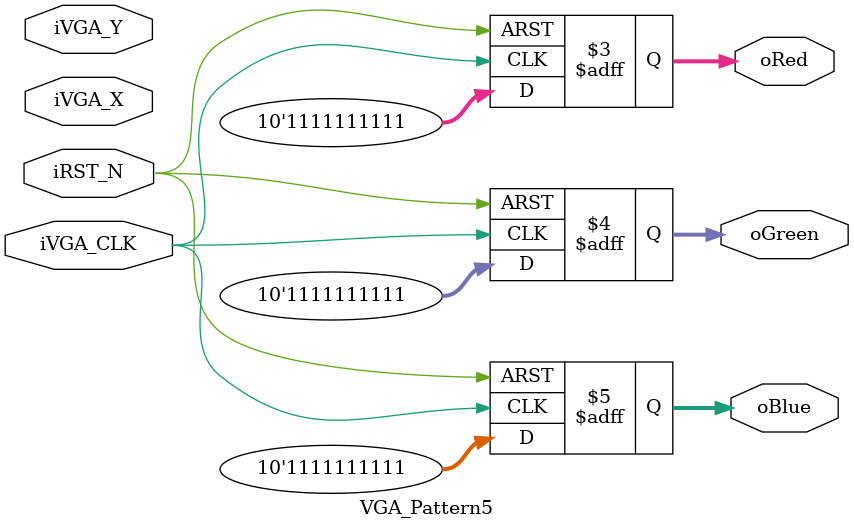
<source format=v>
module	VGA_Pattern5	(	//	Read Out Side
						oRed,
						oGreen,
						oBlue,
						iVGA_X,
						iVGA_Y,
						iVGA_CLK,
						//	Control Signals
						iRST_N	);
//	Read Out Side
output	reg	[9:0]	oRed;
output	reg	[9:0]	oGreen;
output	reg	[9:0]	oBlue;
input	[9:0]		iVGA_X;
input	[9:0]		iVGA_Y;
input				iVGA_CLK;
//	Control Signals
input				iRST_N;

always@(posedge iVGA_CLK or negedge iRST_N)
begin
	if(!iRST_N)
	begin
		oRed	 <=	0;
		oGreen <=	0;
		oBlue	 <=	0;
	end
	else
	begin
		oRed	 <=	 1023;
		oGreen <=	 1023;
		oBlue	 <=	 1023;
	end
end

endmodule
</source>
